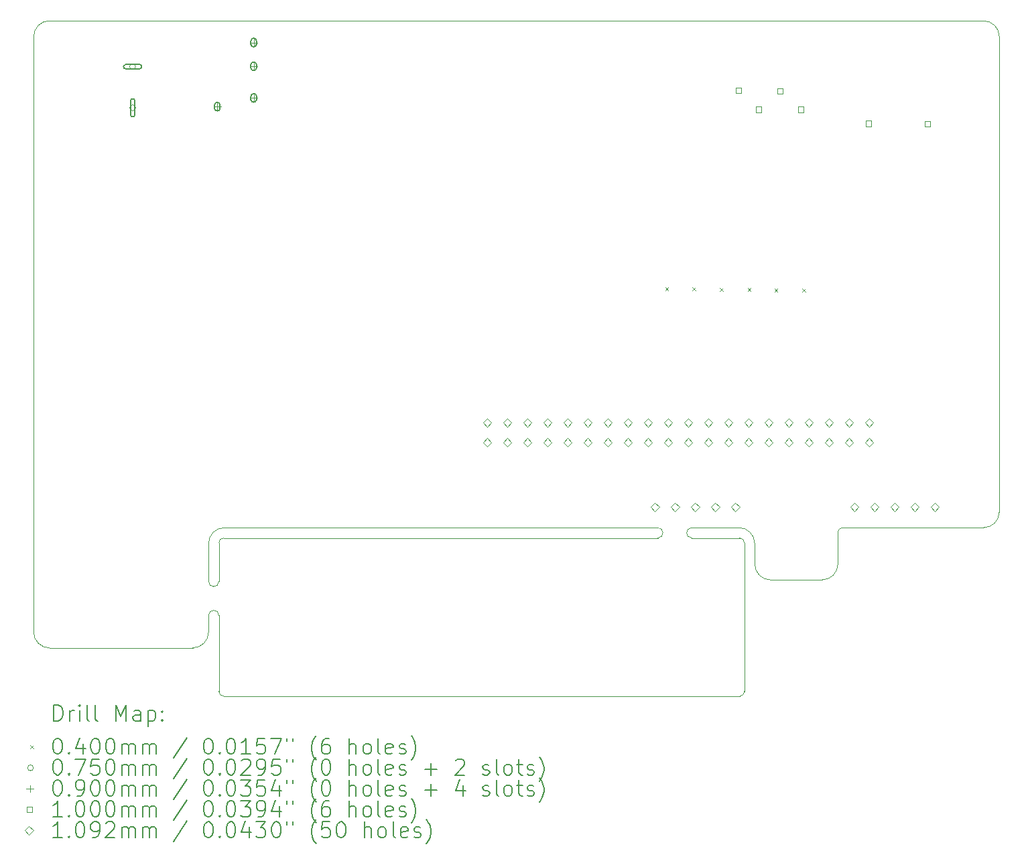
<source format=gbr>
%FSLAX45Y45*%
G04 Gerber Fmt 4.5, Leading zero omitted, Abs format (unit mm)*
G04 Created by KiCad (PCBNEW (6.0.4)) date 2022-07-25 21:27:22*
%MOMM*%
%LPD*%
G01*
G04 APERTURE LIST*
%TA.AperFunction,Profile*%
%ADD10C,0.050000*%
%TD*%
%ADD11C,0.200000*%
%ADD12C,0.040000*%
%ADD13C,0.075000*%
%ADD14C,0.090000*%
%ADD15C,0.100000*%
%ADD16C,0.109220*%
G04 APERTURE END LIST*
D10*
X4410000Y-8460000D02*
G75*
G03*
X4210000Y-8660000I0J-200000D01*
G01*
X12220000Y-8460060D02*
G75*
G03*
X12160000Y-8520062I0J-60000D01*
G01*
X11960000Y-9120000D02*
G75*
G03*
X12160000Y-8920000I0J200000D01*
G01*
X9885000Y-8590000D02*
G75*
G03*
X9885000Y-8460000I0J65000D01*
G01*
X14000000Y-2050000D02*
X2200000Y-2050000D01*
X2000000Y-2250000D02*
X2000000Y-9780000D01*
X4400000Y-8590000D02*
G75*
G03*
X4340000Y-8650000I0J-60000D01*
G01*
X10910000Y-8460000D02*
X10315000Y-8460000D01*
X4010000Y-9980000D02*
G75*
G03*
X4210000Y-9780000I0J200000D01*
G01*
X10980000Y-8650000D02*
G75*
G03*
X10920000Y-8590000I-60000J0D01*
G01*
X4340000Y-9570000D02*
X4340000Y-10530000D01*
X9885000Y-8460000D02*
X4410000Y-8460000D01*
X4400000Y-10590000D02*
X10920000Y-10590000D01*
X14000000Y-8460000D02*
G75*
G03*
X14200000Y-8260000I0J200000D01*
G01*
X4010000Y-9980000D02*
X2200000Y-9980000D01*
X10315000Y-8590000D02*
X10920000Y-8590000D01*
X11110000Y-8660000D02*
G75*
G03*
X10910000Y-8460000I-200000J0D01*
G01*
X5330000Y-8590000D02*
X4400000Y-8590000D01*
X10980000Y-10530000D02*
X10980000Y-8650000D01*
X14200000Y-8260000D02*
X14200000Y-2250000D01*
X11110000Y-8920000D02*
X11110000Y-8660000D01*
X9885000Y-8590000D02*
X5330000Y-8590000D01*
X14000000Y-8460000D02*
X12220000Y-8460062D01*
X4210000Y-9570000D02*
X4210000Y-9780000D01*
X12160000Y-8520062D02*
X12160000Y-8920000D01*
X14200000Y-2250000D02*
G75*
G03*
X14000000Y-2050000I-200000J0D01*
G01*
X11960000Y-9120000D02*
X11310000Y-9120000D01*
X2200000Y-2050000D02*
G75*
G03*
X2000000Y-2250000I0J-200000D01*
G01*
X10920000Y-10590000D02*
G75*
G03*
X10980000Y-10530000I0J60000D01*
G01*
X4340000Y-9570000D02*
G75*
G03*
X4210000Y-9570000I-65000J0D01*
G01*
X10315000Y-8460000D02*
G75*
G03*
X10315000Y-8590000I0J-65000D01*
G01*
X4210000Y-8660000D02*
X4210000Y-9140000D01*
X4340000Y-10530000D02*
G75*
G03*
X4400000Y-10590000I60000J0D01*
G01*
X2000000Y-9780000D02*
G75*
G03*
X2200000Y-9980000I200000J0D01*
G01*
X4210000Y-9140000D02*
G75*
G03*
X4340000Y-9140000I65000J0D01*
G01*
X11110000Y-8920000D02*
G75*
G03*
X11310000Y-9120000I200000J0D01*
G01*
X4340000Y-8650000D02*
X4340000Y-9140000D01*
D11*
D12*
X9980000Y-5420000D02*
X10020000Y-5460000D01*
X10020000Y-5420000D02*
X9980000Y-5460000D01*
X10320000Y-5420000D02*
X10360000Y-5460000D01*
X10360000Y-5420000D02*
X10320000Y-5460000D01*
X10670000Y-5430000D02*
X10710000Y-5470000D01*
X10710000Y-5430000D02*
X10670000Y-5470000D01*
X11020000Y-5430000D02*
X11060000Y-5470000D01*
X11060000Y-5430000D02*
X11020000Y-5470000D01*
X11360000Y-5440000D02*
X11400000Y-5480000D01*
X11400000Y-5440000D02*
X11360000Y-5480000D01*
X11710000Y-5440000D02*
X11750000Y-5480000D01*
X11750000Y-5440000D02*
X11710000Y-5480000D01*
D13*
X3287500Y-2630000D02*
G75*
G03*
X3287500Y-2630000I-37500J0D01*
G01*
D11*
X3162500Y-2657500D02*
X3337500Y-2657500D01*
X3162500Y-2602500D02*
X3337500Y-2602500D01*
X3337500Y-2657500D02*
G75*
G03*
X3337500Y-2602500I0J27500D01*
G01*
X3162500Y-2602500D02*
G75*
G03*
X3162500Y-2657500I0J-27500D01*
G01*
D13*
X3287500Y-3150000D02*
G75*
G03*
X3287500Y-3150000I-37500J0D01*
G01*
D11*
X3222500Y-3062500D02*
X3222500Y-3237500D01*
X3277500Y-3062500D02*
X3277500Y-3237500D01*
X3222500Y-3237500D02*
G75*
G03*
X3277500Y-3237500I27500J0D01*
G01*
X3277500Y-3062500D02*
G75*
G03*
X3222500Y-3062500I-27500J0D01*
G01*
D14*
X4320000Y-3090000D02*
X4320000Y-3180000D01*
X4275000Y-3135000D02*
X4365000Y-3135000D01*
D11*
X4285000Y-3115000D02*
X4285000Y-3155000D01*
X4355000Y-3115000D02*
X4355000Y-3155000D01*
X4285000Y-3155000D02*
G75*
G03*
X4355000Y-3155000I35000J0D01*
G01*
X4355000Y-3115000D02*
G75*
G03*
X4285000Y-3115000I-35000J0D01*
G01*
D14*
X4780000Y-2280000D02*
X4780000Y-2370000D01*
X4735000Y-2325000D02*
X4825000Y-2325000D01*
D11*
X4745000Y-2305000D02*
X4745000Y-2345000D01*
X4815000Y-2305000D02*
X4815000Y-2345000D01*
X4745000Y-2345000D02*
G75*
G03*
X4815000Y-2345000I35000J0D01*
G01*
X4815000Y-2305000D02*
G75*
G03*
X4745000Y-2305000I-35000J0D01*
G01*
D14*
X4780000Y-2580000D02*
X4780000Y-2670000D01*
X4735000Y-2625000D02*
X4825000Y-2625000D01*
D11*
X4745000Y-2605000D02*
X4745000Y-2645000D01*
X4815000Y-2605000D02*
X4815000Y-2645000D01*
X4745000Y-2645000D02*
G75*
G03*
X4815000Y-2645000I35000J0D01*
G01*
X4815000Y-2605000D02*
G75*
G03*
X4745000Y-2605000I-35000J0D01*
G01*
D14*
X4780000Y-2980000D02*
X4780000Y-3070000D01*
X4735000Y-3025000D02*
X4825000Y-3025000D01*
D11*
X4745000Y-3005000D02*
X4745000Y-3045000D01*
X4815000Y-3005000D02*
X4815000Y-3045000D01*
X4745000Y-3045000D02*
G75*
G03*
X4815000Y-3045000I35000J0D01*
G01*
X4815000Y-3005000D02*
G75*
G03*
X4745000Y-3005000I-35000J0D01*
G01*
D15*
X10940356Y-2965356D02*
X10940356Y-2894644D01*
X10869644Y-2894644D01*
X10869644Y-2965356D01*
X10940356Y-2965356D01*
X11195356Y-3205356D02*
X11195356Y-3134644D01*
X11124644Y-3134644D01*
X11124644Y-3205356D01*
X11195356Y-3205356D01*
X11465356Y-2975356D02*
X11465356Y-2904644D01*
X11394644Y-2904644D01*
X11394644Y-2975356D01*
X11465356Y-2975356D01*
X11730356Y-3205356D02*
X11730356Y-3134644D01*
X11659644Y-3134644D01*
X11659644Y-3205356D01*
X11730356Y-3205356D01*
X12580356Y-3385356D02*
X12580356Y-3314644D01*
X12509644Y-3314644D01*
X12509644Y-3385356D01*
X12580356Y-3385356D01*
X13330356Y-3390356D02*
X13330356Y-3319644D01*
X13259644Y-3319644D01*
X13259644Y-3390356D01*
X13330356Y-3390356D01*
D16*
X7730000Y-7184610D02*
X7784610Y-7130000D01*
X7730000Y-7075390D01*
X7675390Y-7130000D01*
X7730000Y-7184610D01*
X7730000Y-7434610D02*
X7784610Y-7380000D01*
X7730000Y-7325390D01*
X7675390Y-7380000D01*
X7730000Y-7434610D01*
X7984000Y-7184610D02*
X8038610Y-7130000D01*
X7984000Y-7075390D01*
X7929390Y-7130000D01*
X7984000Y-7184610D01*
X7984000Y-7434610D02*
X8038610Y-7380000D01*
X7984000Y-7325390D01*
X7929390Y-7380000D01*
X7984000Y-7434610D01*
X8238000Y-7184610D02*
X8292610Y-7130000D01*
X8238000Y-7075390D01*
X8183390Y-7130000D01*
X8238000Y-7184610D01*
X8238000Y-7434610D02*
X8292610Y-7380000D01*
X8238000Y-7325390D01*
X8183390Y-7380000D01*
X8238000Y-7434610D01*
X8492000Y-7184610D02*
X8546610Y-7130000D01*
X8492000Y-7075390D01*
X8437390Y-7130000D01*
X8492000Y-7184610D01*
X8492000Y-7434610D02*
X8546610Y-7380000D01*
X8492000Y-7325390D01*
X8437390Y-7380000D01*
X8492000Y-7434610D01*
X8746000Y-7184610D02*
X8800610Y-7130000D01*
X8746000Y-7075390D01*
X8691390Y-7130000D01*
X8746000Y-7184610D01*
X8746000Y-7434610D02*
X8800610Y-7380000D01*
X8746000Y-7325390D01*
X8691390Y-7380000D01*
X8746000Y-7434610D01*
X9000000Y-7184610D02*
X9054610Y-7130000D01*
X9000000Y-7075390D01*
X8945390Y-7130000D01*
X9000000Y-7184610D01*
X9000000Y-7434610D02*
X9054610Y-7380000D01*
X9000000Y-7325390D01*
X8945390Y-7380000D01*
X9000000Y-7434610D01*
X9254000Y-7184610D02*
X9308610Y-7130000D01*
X9254000Y-7075390D01*
X9199390Y-7130000D01*
X9254000Y-7184610D01*
X9254000Y-7434610D02*
X9308610Y-7380000D01*
X9254000Y-7325390D01*
X9199390Y-7380000D01*
X9254000Y-7434610D01*
X9508000Y-7184610D02*
X9562610Y-7130000D01*
X9508000Y-7075390D01*
X9453390Y-7130000D01*
X9508000Y-7184610D01*
X9508000Y-7434610D02*
X9562610Y-7380000D01*
X9508000Y-7325390D01*
X9453390Y-7380000D01*
X9508000Y-7434610D01*
X9762000Y-7184610D02*
X9816610Y-7130000D01*
X9762000Y-7075390D01*
X9707390Y-7130000D01*
X9762000Y-7184610D01*
X9762000Y-7434610D02*
X9816610Y-7380000D01*
X9762000Y-7325390D01*
X9707390Y-7380000D01*
X9762000Y-7434610D01*
X9850000Y-8254610D02*
X9904610Y-8200000D01*
X9850000Y-8145390D01*
X9795390Y-8200000D01*
X9850000Y-8254610D01*
X10016000Y-7184610D02*
X10070610Y-7130000D01*
X10016000Y-7075390D01*
X9961390Y-7130000D01*
X10016000Y-7184610D01*
X10016000Y-7434610D02*
X10070610Y-7380000D01*
X10016000Y-7325390D01*
X9961390Y-7380000D01*
X10016000Y-7434610D01*
X10104000Y-8254610D02*
X10158610Y-8200000D01*
X10104000Y-8145390D01*
X10049390Y-8200000D01*
X10104000Y-8254610D01*
X10270000Y-7184610D02*
X10324610Y-7130000D01*
X10270000Y-7075390D01*
X10215390Y-7130000D01*
X10270000Y-7184610D01*
X10270000Y-7434610D02*
X10324610Y-7380000D01*
X10270000Y-7325390D01*
X10215390Y-7380000D01*
X10270000Y-7434610D01*
X10358000Y-8254610D02*
X10412610Y-8200000D01*
X10358000Y-8145390D01*
X10303390Y-8200000D01*
X10358000Y-8254610D01*
X10524000Y-7184610D02*
X10578610Y-7130000D01*
X10524000Y-7075390D01*
X10469390Y-7130000D01*
X10524000Y-7184610D01*
X10524000Y-7434610D02*
X10578610Y-7380000D01*
X10524000Y-7325390D01*
X10469390Y-7380000D01*
X10524000Y-7434610D01*
X10612000Y-8254610D02*
X10666610Y-8200000D01*
X10612000Y-8145390D01*
X10557390Y-8200000D01*
X10612000Y-8254610D01*
X10778000Y-7184610D02*
X10832610Y-7130000D01*
X10778000Y-7075390D01*
X10723390Y-7130000D01*
X10778000Y-7184610D01*
X10778000Y-7434610D02*
X10832610Y-7380000D01*
X10778000Y-7325390D01*
X10723390Y-7380000D01*
X10778000Y-7434610D01*
X10866000Y-8254610D02*
X10920610Y-8200000D01*
X10866000Y-8145390D01*
X10811390Y-8200000D01*
X10866000Y-8254610D01*
X11032000Y-7184610D02*
X11086610Y-7130000D01*
X11032000Y-7075390D01*
X10977390Y-7130000D01*
X11032000Y-7184610D01*
X11032000Y-7434610D02*
X11086610Y-7380000D01*
X11032000Y-7325390D01*
X10977390Y-7380000D01*
X11032000Y-7434610D01*
X11286000Y-7184610D02*
X11340610Y-7130000D01*
X11286000Y-7075390D01*
X11231390Y-7130000D01*
X11286000Y-7184610D01*
X11286000Y-7434610D02*
X11340610Y-7380000D01*
X11286000Y-7325390D01*
X11231390Y-7380000D01*
X11286000Y-7434610D01*
X11540000Y-7184610D02*
X11594610Y-7130000D01*
X11540000Y-7075390D01*
X11485390Y-7130000D01*
X11540000Y-7184610D01*
X11540000Y-7434610D02*
X11594610Y-7380000D01*
X11540000Y-7325390D01*
X11485390Y-7380000D01*
X11540000Y-7434610D01*
X11794000Y-7184610D02*
X11848610Y-7130000D01*
X11794000Y-7075390D01*
X11739390Y-7130000D01*
X11794000Y-7184610D01*
X11794000Y-7434610D02*
X11848610Y-7380000D01*
X11794000Y-7325390D01*
X11739390Y-7380000D01*
X11794000Y-7434610D01*
X12048000Y-7184610D02*
X12102610Y-7130000D01*
X12048000Y-7075390D01*
X11993390Y-7130000D01*
X12048000Y-7184610D01*
X12048000Y-7434610D02*
X12102610Y-7380000D01*
X12048000Y-7325390D01*
X11993390Y-7380000D01*
X12048000Y-7434610D01*
X12302000Y-7184610D02*
X12356610Y-7130000D01*
X12302000Y-7075390D01*
X12247390Y-7130000D01*
X12302000Y-7184610D01*
X12302000Y-7434610D02*
X12356610Y-7380000D01*
X12302000Y-7325390D01*
X12247390Y-7380000D01*
X12302000Y-7434610D01*
X12370000Y-8254610D02*
X12424610Y-8200000D01*
X12370000Y-8145390D01*
X12315390Y-8200000D01*
X12370000Y-8254610D01*
X12556000Y-7184610D02*
X12610610Y-7130000D01*
X12556000Y-7075390D01*
X12501390Y-7130000D01*
X12556000Y-7184610D01*
X12556000Y-7434610D02*
X12610610Y-7380000D01*
X12556000Y-7325390D01*
X12501390Y-7380000D01*
X12556000Y-7434610D01*
X12624000Y-8254610D02*
X12678610Y-8200000D01*
X12624000Y-8145390D01*
X12569390Y-8200000D01*
X12624000Y-8254610D01*
X12878000Y-8254610D02*
X12932610Y-8200000D01*
X12878000Y-8145390D01*
X12823390Y-8200000D01*
X12878000Y-8254610D01*
X13132000Y-8254610D02*
X13186610Y-8200000D01*
X13132000Y-8145390D01*
X13077390Y-8200000D01*
X13132000Y-8254610D01*
X13386000Y-8254610D02*
X13440610Y-8200000D01*
X13386000Y-8145390D01*
X13331390Y-8200000D01*
X13386000Y-8254610D01*
D11*
X2255119Y-10902976D02*
X2255119Y-10702976D01*
X2302738Y-10702976D01*
X2331310Y-10712500D01*
X2350357Y-10731548D01*
X2359881Y-10750595D01*
X2369405Y-10788690D01*
X2369405Y-10817262D01*
X2359881Y-10855357D01*
X2350357Y-10874405D01*
X2331310Y-10893452D01*
X2302738Y-10902976D01*
X2255119Y-10902976D01*
X2455119Y-10902976D02*
X2455119Y-10769643D01*
X2455119Y-10807738D02*
X2464643Y-10788690D01*
X2474167Y-10779167D01*
X2493214Y-10769643D01*
X2512262Y-10769643D01*
X2578929Y-10902976D02*
X2578929Y-10769643D01*
X2578929Y-10702976D02*
X2569405Y-10712500D01*
X2578929Y-10722024D01*
X2588452Y-10712500D01*
X2578929Y-10702976D01*
X2578929Y-10722024D01*
X2702738Y-10902976D02*
X2683690Y-10893452D01*
X2674167Y-10874405D01*
X2674167Y-10702976D01*
X2807500Y-10902976D02*
X2788452Y-10893452D01*
X2778929Y-10874405D01*
X2778929Y-10702976D01*
X3036071Y-10902976D02*
X3036071Y-10702976D01*
X3102738Y-10845833D01*
X3169405Y-10702976D01*
X3169405Y-10902976D01*
X3350357Y-10902976D02*
X3350357Y-10798214D01*
X3340833Y-10779167D01*
X3321786Y-10769643D01*
X3283690Y-10769643D01*
X3264643Y-10779167D01*
X3350357Y-10893452D02*
X3331309Y-10902976D01*
X3283690Y-10902976D01*
X3264643Y-10893452D01*
X3255119Y-10874405D01*
X3255119Y-10855357D01*
X3264643Y-10836310D01*
X3283690Y-10826786D01*
X3331309Y-10826786D01*
X3350357Y-10817262D01*
X3445595Y-10769643D02*
X3445595Y-10969643D01*
X3445595Y-10779167D02*
X3464643Y-10769643D01*
X3502738Y-10769643D01*
X3521786Y-10779167D01*
X3531309Y-10788690D01*
X3540833Y-10807738D01*
X3540833Y-10864881D01*
X3531309Y-10883929D01*
X3521786Y-10893452D01*
X3502738Y-10902976D01*
X3464643Y-10902976D01*
X3445595Y-10893452D01*
X3626548Y-10883929D02*
X3636071Y-10893452D01*
X3626548Y-10902976D01*
X3617024Y-10893452D01*
X3626548Y-10883929D01*
X3626548Y-10902976D01*
X3626548Y-10779167D02*
X3636071Y-10788690D01*
X3626548Y-10798214D01*
X3617024Y-10788690D01*
X3626548Y-10779167D01*
X3626548Y-10798214D01*
D12*
X1957500Y-11212500D02*
X1997500Y-11252500D01*
X1997500Y-11212500D02*
X1957500Y-11252500D01*
D11*
X2293214Y-11122976D02*
X2312262Y-11122976D01*
X2331310Y-11132500D01*
X2340833Y-11142024D01*
X2350357Y-11161071D01*
X2359881Y-11199167D01*
X2359881Y-11246786D01*
X2350357Y-11284881D01*
X2340833Y-11303928D01*
X2331310Y-11313452D01*
X2312262Y-11322976D01*
X2293214Y-11322976D01*
X2274167Y-11313452D01*
X2264643Y-11303928D01*
X2255119Y-11284881D01*
X2245595Y-11246786D01*
X2245595Y-11199167D01*
X2255119Y-11161071D01*
X2264643Y-11142024D01*
X2274167Y-11132500D01*
X2293214Y-11122976D01*
X2445595Y-11303928D02*
X2455119Y-11313452D01*
X2445595Y-11322976D01*
X2436071Y-11313452D01*
X2445595Y-11303928D01*
X2445595Y-11322976D01*
X2626548Y-11189643D02*
X2626548Y-11322976D01*
X2578929Y-11113452D02*
X2531310Y-11256309D01*
X2655119Y-11256309D01*
X2769405Y-11122976D02*
X2788452Y-11122976D01*
X2807500Y-11132500D01*
X2817024Y-11142024D01*
X2826548Y-11161071D01*
X2836071Y-11199167D01*
X2836071Y-11246786D01*
X2826548Y-11284881D01*
X2817024Y-11303928D01*
X2807500Y-11313452D01*
X2788452Y-11322976D01*
X2769405Y-11322976D01*
X2750357Y-11313452D01*
X2740833Y-11303928D01*
X2731310Y-11284881D01*
X2721786Y-11246786D01*
X2721786Y-11199167D01*
X2731310Y-11161071D01*
X2740833Y-11142024D01*
X2750357Y-11132500D01*
X2769405Y-11122976D01*
X2959881Y-11122976D02*
X2978928Y-11122976D01*
X2997976Y-11132500D01*
X3007500Y-11142024D01*
X3017024Y-11161071D01*
X3026548Y-11199167D01*
X3026548Y-11246786D01*
X3017024Y-11284881D01*
X3007500Y-11303928D01*
X2997976Y-11313452D01*
X2978928Y-11322976D01*
X2959881Y-11322976D01*
X2940833Y-11313452D01*
X2931309Y-11303928D01*
X2921786Y-11284881D01*
X2912262Y-11246786D01*
X2912262Y-11199167D01*
X2921786Y-11161071D01*
X2931309Y-11142024D01*
X2940833Y-11132500D01*
X2959881Y-11122976D01*
X3112262Y-11322976D02*
X3112262Y-11189643D01*
X3112262Y-11208690D02*
X3121786Y-11199167D01*
X3140833Y-11189643D01*
X3169405Y-11189643D01*
X3188452Y-11199167D01*
X3197976Y-11218214D01*
X3197976Y-11322976D01*
X3197976Y-11218214D02*
X3207500Y-11199167D01*
X3226548Y-11189643D01*
X3255119Y-11189643D01*
X3274167Y-11199167D01*
X3283690Y-11218214D01*
X3283690Y-11322976D01*
X3378928Y-11322976D02*
X3378928Y-11189643D01*
X3378928Y-11208690D02*
X3388452Y-11199167D01*
X3407500Y-11189643D01*
X3436071Y-11189643D01*
X3455119Y-11199167D01*
X3464643Y-11218214D01*
X3464643Y-11322976D01*
X3464643Y-11218214D02*
X3474167Y-11199167D01*
X3493214Y-11189643D01*
X3521786Y-11189643D01*
X3540833Y-11199167D01*
X3550357Y-11218214D01*
X3550357Y-11322976D01*
X3940833Y-11113452D02*
X3769405Y-11370595D01*
X4197976Y-11122976D02*
X4217024Y-11122976D01*
X4236071Y-11132500D01*
X4245595Y-11142024D01*
X4255119Y-11161071D01*
X4264643Y-11199167D01*
X4264643Y-11246786D01*
X4255119Y-11284881D01*
X4245595Y-11303928D01*
X4236071Y-11313452D01*
X4217024Y-11322976D01*
X4197976Y-11322976D01*
X4178928Y-11313452D01*
X4169405Y-11303928D01*
X4159881Y-11284881D01*
X4150357Y-11246786D01*
X4150357Y-11199167D01*
X4159881Y-11161071D01*
X4169405Y-11142024D01*
X4178928Y-11132500D01*
X4197976Y-11122976D01*
X4350357Y-11303928D02*
X4359881Y-11313452D01*
X4350357Y-11322976D01*
X4340833Y-11313452D01*
X4350357Y-11303928D01*
X4350357Y-11322976D01*
X4483690Y-11122976D02*
X4502738Y-11122976D01*
X4521786Y-11132500D01*
X4531310Y-11142024D01*
X4540833Y-11161071D01*
X4550357Y-11199167D01*
X4550357Y-11246786D01*
X4540833Y-11284881D01*
X4531310Y-11303928D01*
X4521786Y-11313452D01*
X4502738Y-11322976D01*
X4483690Y-11322976D01*
X4464643Y-11313452D01*
X4455119Y-11303928D01*
X4445595Y-11284881D01*
X4436071Y-11246786D01*
X4436071Y-11199167D01*
X4445595Y-11161071D01*
X4455119Y-11142024D01*
X4464643Y-11132500D01*
X4483690Y-11122976D01*
X4740833Y-11322976D02*
X4626548Y-11322976D01*
X4683690Y-11322976D02*
X4683690Y-11122976D01*
X4664643Y-11151548D01*
X4645595Y-11170595D01*
X4626548Y-11180119D01*
X4921786Y-11122976D02*
X4826548Y-11122976D01*
X4817024Y-11218214D01*
X4826548Y-11208690D01*
X4845595Y-11199167D01*
X4893214Y-11199167D01*
X4912262Y-11208690D01*
X4921786Y-11218214D01*
X4931310Y-11237262D01*
X4931310Y-11284881D01*
X4921786Y-11303928D01*
X4912262Y-11313452D01*
X4893214Y-11322976D01*
X4845595Y-11322976D01*
X4826548Y-11313452D01*
X4817024Y-11303928D01*
X4997976Y-11122976D02*
X5131310Y-11122976D01*
X5045595Y-11322976D01*
X5197976Y-11122976D02*
X5197976Y-11161071D01*
X5274167Y-11122976D02*
X5274167Y-11161071D01*
X5569405Y-11399167D02*
X5559881Y-11389643D01*
X5540833Y-11361071D01*
X5531310Y-11342024D01*
X5521786Y-11313452D01*
X5512262Y-11265833D01*
X5512262Y-11227738D01*
X5521786Y-11180119D01*
X5531310Y-11151548D01*
X5540833Y-11132500D01*
X5559881Y-11103929D01*
X5569405Y-11094405D01*
X5731309Y-11122976D02*
X5693214Y-11122976D01*
X5674167Y-11132500D01*
X5664643Y-11142024D01*
X5645595Y-11170595D01*
X5636071Y-11208690D01*
X5636071Y-11284881D01*
X5645595Y-11303928D01*
X5655119Y-11313452D01*
X5674167Y-11322976D01*
X5712262Y-11322976D01*
X5731309Y-11313452D01*
X5740833Y-11303928D01*
X5750357Y-11284881D01*
X5750357Y-11237262D01*
X5740833Y-11218214D01*
X5731309Y-11208690D01*
X5712262Y-11199167D01*
X5674167Y-11199167D01*
X5655119Y-11208690D01*
X5645595Y-11218214D01*
X5636071Y-11237262D01*
X5988452Y-11322976D02*
X5988452Y-11122976D01*
X6074167Y-11322976D02*
X6074167Y-11218214D01*
X6064643Y-11199167D01*
X6045595Y-11189643D01*
X6017024Y-11189643D01*
X5997976Y-11199167D01*
X5988452Y-11208690D01*
X6197976Y-11322976D02*
X6178928Y-11313452D01*
X6169405Y-11303928D01*
X6159881Y-11284881D01*
X6159881Y-11227738D01*
X6169405Y-11208690D01*
X6178928Y-11199167D01*
X6197976Y-11189643D01*
X6226548Y-11189643D01*
X6245595Y-11199167D01*
X6255119Y-11208690D01*
X6264643Y-11227738D01*
X6264643Y-11284881D01*
X6255119Y-11303928D01*
X6245595Y-11313452D01*
X6226548Y-11322976D01*
X6197976Y-11322976D01*
X6378928Y-11322976D02*
X6359881Y-11313452D01*
X6350357Y-11294405D01*
X6350357Y-11122976D01*
X6531309Y-11313452D02*
X6512262Y-11322976D01*
X6474167Y-11322976D01*
X6455119Y-11313452D01*
X6445595Y-11294405D01*
X6445595Y-11218214D01*
X6455119Y-11199167D01*
X6474167Y-11189643D01*
X6512262Y-11189643D01*
X6531309Y-11199167D01*
X6540833Y-11218214D01*
X6540833Y-11237262D01*
X6445595Y-11256309D01*
X6617024Y-11313452D02*
X6636071Y-11322976D01*
X6674167Y-11322976D01*
X6693214Y-11313452D01*
X6702738Y-11294405D01*
X6702738Y-11284881D01*
X6693214Y-11265833D01*
X6674167Y-11256309D01*
X6645595Y-11256309D01*
X6626548Y-11246786D01*
X6617024Y-11227738D01*
X6617024Y-11218214D01*
X6626548Y-11199167D01*
X6645595Y-11189643D01*
X6674167Y-11189643D01*
X6693214Y-11199167D01*
X6769405Y-11399167D02*
X6778928Y-11389643D01*
X6797976Y-11361071D01*
X6807500Y-11342024D01*
X6817024Y-11313452D01*
X6826548Y-11265833D01*
X6826548Y-11227738D01*
X6817024Y-11180119D01*
X6807500Y-11151548D01*
X6797976Y-11132500D01*
X6778928Y-11103929D01*
X6769405Y-11094405D01*
D13*
X1997500Y-11496500D02*
G75*
G03*
X1997500Y-11496500I-37500J0D01*
G01*
D11*
X2293214Y-11386976D02*
X2312262Y-11386976D01*
X2331310Y-11396500D01*
X2340833Y-11406024D01*
X2350357Y-11425071D01*
X2359881Y-11463167D01*
X2359881Y-11510786D01*
X2350357Y-11548881D01*
X2340833Y-11567928D01*
X2331310Y-11577452D01*
X2312262Y-11586976D01*
X2293214Y-11586976D01*
X2274167Y-11577452D01*
X2264643Y-11567928D01*
X2255119Y-11548881D01*
X2245595Y-11510786D01*
X2245595Y-11463167D01*
X2255119Y-11425071D01*
X2264643Y-11406024D01*
X2274167Y-11396500D01*
X2293214Y-11386976D01*
X2445595Y-11567928D02*
X2455119Y-11577452D01*
X2445595Y-11586976D01*
X2436071Y-11577452D01*
X2445595Y-11567928D01*
X2445595Y-11586976D01*
X2521786Y-11386976D02*
X2655119Y-11386976D01*
X2569405Y-11586976D01*
X2826548Y-11386976D02*
X2731310Y-11386976D01*
X2721786Y-11482214D01*
X2731310Y-11472690D01*
X2750357Y-11463167D01*
X2797976Y-11463167D01*
X2817024Y-11472690D01*
X2826548Y-11482214D01*
X2836071Y-11501262D01*
X2836071Y-11548881D01*
X2826548Y-11567928D01*
X2817024Y-11577452D01*
X2797976Y-11586976D01*
X2750357Y-11586976D01*
X2731310Y-11577452D01*
X2721786Y-11567928D01*
X2959881Y-11386976D02*
X2978928Y-11386976D01*
X2997976Y-11396500D01*
X3007500Y-11406024D01*
X3017024Y-11425071D01*
X3026548Y-11463167D01*
X3026548Y-11510786D01*
X3017024Y-11548881D01*
X3007500Y-11567928D01*
X2997976Y-11577452D01*
X2978928Y-11586976D01*
X2959881Y-11586976D01*
X2940833Y-11577452D01*
X2931309Y-11567928D01*
X2921786Y-11548881D01*
X2912262Y-11510786D01*
X2912262Y-11463167D01*
X2921786Y-11425071D01*
X2931309Y-11406024D01*
X2940833Y-11396500D01*
X2959881Y-11386976D01*
X3112262Y-11586976D02*
X3112262Y-11453643D01*
X3112262Y-11472690D02*
X3121786Y-11463167D01*
X3140833Y-11453643D01*
X3169405Y-11453643D01*
X3188452Y-11463167D01*
X3197976Y-11482214D01*
X3197976Y-11586976D01*
X3197976Y-11482214D02*
X3207500Y-11463167D01*
X3226548Y-11453643D01*
X3255119Y-11453643D01*
X3274167Y-11463167D01*
X3283690Y-11482214D01*
X3283690Y-11586976D01*
X3378928Y-11586976D02*
X3378928Y-11453643D01*
X3378928Y-11472690D02*
X3388452Y-11463167D01*
X3407500Y-11453643D01*
X3436071Y-11453643D01*
X3455119Y-11463167D01*
X3464643Y-11482214D01*
X3464643Y-11586976D01*
X3464643Y-11482214D02*
X3474167Y-11463167D01*
X3493214Y-11453643D01*
X3521786Y-11453643D01*
X3540833Y-11463167D01*
X3550357Y-11482214D01*
X3550357Y-11586976D01*
X3940833Y-11377452D02*
X3769405Y-11634595D01*
X4197976Y-11386976D02*
X4217024Y-11386976D01*
X4236071Y-11396500D01*
X4245595Y-11406024D01*
X4255119Y-11425071D01*
X4264643Y-11463167D01*
X4264643Y-11510786D01*
X4255119Y-11548881D01*
X4245595Y-11567928D01*
X4236071Y-11577452D01*
X4217024Y-11586976D01*
X4197976Y-11586976D01*
X4178928Y-11577452D01*
X4169405Y-11567928D01*
X4159881Y-11548881D01*
X4150357Y-11510786D01*
X4150357Y-11463167D01*
X4159881Y-11425071D01*
X4169405Y-11406024D01*
X4178928Y-11396500D01*
X4197976Y-11386976D01*
X4350357Y-11567928D02*
X4359881Y-11577452D01*
X4350357Y-11586976D01*
X4340833Y-11577452D01*
X4350357Y-11567928D01*
X4350357Y-11586976D01*
X4483690Y-11386976D02*
X4502738Y-11386976D01*
X4521786Y-11396500D01*
X4531310Y-11406024D01*
X4540833Y-11425071D01*
X4550357Y-11463167D01*
X4550357Y-11510786D01*
X4540833Y-11548881D01*
X4531310Y-11567928D01*
X4521786Y-11577452D01*
X4502738Y-11586976D01*
X4483690Y-11586976D01*
X4464643Y-11577452D01*
X4455119Y-11567928D01*
X4445595Y-11548881D01*
X4436071Y-11510786D01*
X4436071Y-11463167D01*
X4445595Y-11425071D01*
X4455119Y-11406024D01*
X4464643Y-11396500D01*
X4483690Y-11386976D01*
X4626548Y-11406024D02*
X4636071Y-11396500D01*
X4655119Y-11386976D01*
X4702738Y-11386976D01*
X4721786Y-11396500D01*
X4731310Y-11406024D01*
X4740833Y-11425071D01*
X4740833Y-11444119D01*
X4731310Y-11472690D01*
X4617024Y-11586976D01*
X4740833Y-11586976D01*
X4836071Y-11586976D02*
X4874167Y-11586976D01*
X4893214Y-11577452D01*
X4902738Y-11567928D01*
X4921786Y-11539357D01*
X4931310Y-11501262D01*
X4931310Y-11425071D01*
X4921786Y-11406024D01*
X4912262Y-11396500D01*
X4893214Y-11386976D01*
X4855119Y-11386976D01*
X4836071Y-11396500D01*
X4826548Y-11406024D01*
X4817024Y-11425071D01*
X4817024Y-11472690D01*
X4826548Y-11491738D01*
X4836071Y-11501262D01*
X4855119Y-11510786D01*
X4893214Y-11510786D01*
X4912262Y-11501262D01*
X4921786Y-11491738D01*
X4931310Y-11472690D01*
X5112262Y-11386976D02*
X5017024Y-11386976D01*
X5007500Y-11482214D01*
X5017024Y-11472690D01*
X5036071Y-11463167D01*
X5083690Y-11463167D01*
X5102738Y-11472690D01*
X5112262Y-11482214D01*
X5121786Y-11501262D01*
X5121786Y-11548881D01*
X5112262Y-11567928D01*
X5102738Y-11577452D01*
X5083690Y-11586976D01*
X5036071Y-11586976D01*
X5017024Y-11577452D01*
X5007500Y-11567928D01*
X5197976Y-11386976D02*
X5197976Y-11425071D01*
X5274167Y-11386976D02*
X5274167Y-11425071D01*
X5569405Y-11663167D02*
X5559881Y-11653643D01*
X5540833Y-11625071D01*
X5531310Y-11606024D01*
X5521786Y-11577452D01*
X5512262Y-11529833D01*
X5512262Y-11491738D01*
X5521786Y-11444119D01*
X5531310Y-11415548D01*
X5540833Y-11396500D01*
X5559881Y-11367928D01*
X5569405Y-11358405D01*
X5683690Y-11386976D02*
X5702738Y-11386976D01*
X5721786Y-11396500D01*
X5731309Y-11406024D01*
X5740833Y-11425071D01*
X5750357Y-11463167D01*
X5750357Y-11510786D01*
X5740833Y-11548881D01*
X5731309Y-11567928D01*
X5721786Y-11577452D01*
X5702738Y-11586976D01*
X5683690Y-11586976D01*
X5664643Y-11577452D01*
X5655119Y-11567928D01*
X5645595Y-11548881D01*
X5636071Y-11510786D01*
X5636071Y-11463167D01*
X5645595Y-11425071D01*
X5655119Y-11406024D01*
X5664643Y-11396500D01*
X5683690Y-11386976D01*
X5988452Y-11586976D02*
X5988452Y-11386976D01*
X6074167Y-11586976D02*
X6074167Y-11482214D01*
X6064643Y-11463167D01*
X6045595Y-11453643D01*
X6017024Y-11453643D01*
X5997976Y-11463167D01*
X5988452Y-11472690D01*
X6197976Y-11586976D02*
X6178928Y-11577452D01*
X6169405Y-11567928D01*
X6159881Y-11548881D01*
X6159881Y-11491738D01*
X6169405Y-11472690D01*
X6178928Y-11463167D01*
X6197976Y-11453643D01*
X6226548Y-11453643D01*
X6245595Y-11463167D01*
X6255119Y-11472690D01*
X6264643Y-11491738D01*
X6264643Y-11548881D01*
X6255119Y-11567928D01*
X6245595Y-11577452D01*
X6226548Y-11586976D01*
X6197976Y-11586976D01*
X6378928Y-11586976D02*
X6359881Y-11577452D01*
X6350357Y-11558405D01*
X6350357Y-11386976D01*
X6531309Y-11577452D02*
X6512262Y-11586976D01*
X6474167Y-11586976D01*
X6455119Y-11577452D01*
X6445595Y-11558405D01*
X6445595Y-11482214D01*
X6455119Y-11463167D01*
X6474167Y-11453643D01*
X6512262Y-11453643D01*
X6531309Y-11463167D01*
X6540833Y-11482214D01*
X6540833Y-11501262D01*
X6445595Y-11520309D01*
X6617024Y-11577452D02*
X6636071Y-11586976D01*
X6674167Y-11586976D01*
X6693214Y-11577452D01*
X6702738Y-11558405D01*
X6702738Y-11548881D01*
X6693214Y-11529833D01*
X6674167Y-11520309D01*
X6645595Y-11520309D01*
X6626548Y-11510786D01*
X6617024Y-11491738D01*
X6617024Y-11482214D01*
X6626548Y-11463167D01*
X6645595Y-11453643D01*
X6674167Y-11453643D01*
X6693214Y-11463167D01*
X6940833Y-11510786D02*
X7093214Y-11510786D01*
X7017024Y-11586976D02*
X7017024Y-11434595D01*
X7331309Y-11406024D02*
X7340833Y-11396500D01*
X7359881Y-11386976D01*
X7407500Y-11386976D01*
X7426548Y-11396500D01*
X7436071Y-11406024D01*
X7445595Y-11425071D01*
X7445595Y-11444119D01*
X7436071Y-11472690D01*
X7321786Y-11586976D01*
X7445595Y-11586976D01*
X7674167Y-11577452D02*
X7693214Y-11586976D01*
X7731309Y-11586976D01*
X7750357Y-11577452D01*
X7759881Y-11558405D01*
X7759881Y-11548881D01*
X7750357Y-11529833D01*
X7731309Y-11520309D01*
X7702738Y-11520309D01*
X7683690Y-11510786D01*
X7674167Y-11491738D01*
X7674167Y-11482214D01*
X7683690Y-11463167D01*
X7702738Y-11453643D01*
X7731309Y-11453643D01*
X7750357Y-11463167D01*
X7874167Y-11586976D02*
X7855119Y-11577452D01*
X7845595Y-11558405D01*
X7845595Y-11386976D01*
X7978928Y-11586976D02*
X7959881Y-11577452D01*
X7950357Y-11567928D01*
X7940833Y-11548881D01*
X7940833Y-11491738D01*
X7950357Y-11472690D01*
X7959881Y-11463167D01*
X7978928Y-11453643D01*
X8007500Y-11453643D01*
X8026548Y-11463167D01*
X8036071Y-11472690D01*
X8045595Y-11491738D01*
X8045595Y-11548881D01*
X8036071Y-11567928D01*
X8026548Y-11577452D01*
X8007500Y-11586976D01*
X7978928Y-11586976D01*
X8102738Y-11453643D02*
X8178928Y-11453643D01*
X8131309Y-11386976D02*
X8131309Y-11558405D01*
X8140833Y-11577452D01*
X8159881Y-11586976D01*
X8178928Y-11586976D01*
X8236071Y-11577452D02*
X8255119Y-11586976D01*
X8293214Y-11586976D01*
X8312262Y-11577452D01*
X8321786Y-11558405D01*
X8321786Y-11548881D01*
X8312262Y-11529833D01*
X8293214Y-11520309D01*
X8264643Y-11520309D01*
X8245595Y-11510786D01*
X8236071Y-11491738D01*
X8236071Y-11482214D01*
X8245595Y-11463167D01*
X8264643Y-11453643D01*
X8293214Y-11453643D01*
X8312262Y-11463167D01*
X8388452Y-11663167D02*
X8397976Y-11653643D01*
X8417024Y-11625071D01*
X8426548Y-11606024D01*
X8436071Y-11577452D01*
X8445595Y-11529833D01*
X8445595Y-11491738D01*
X8436071Y-11444119D01*
X8426548Y-11415548D01*
X8417024Y-11396500D01*
X8397976Y-11367928D01*
X8388452Y-11358405D01*
D14*
X1952500Y-11715500D02*
X1952500Y-11805500D01*
X1907500Y-11760500D02*
X1997500Y-11760500D01*
D11*
X2293214Y-11650976D02*
X2312262Y-11650976D01*
X2331310Y-11660500D01*
X2340833Y-11670024D01*
X2350357Y-11689071D01*
X2359881Y-11727167D01*
X2359881Y-11774786D01*
X2350357Y-11812881D01*
X2340833Y-11831928D01*
X2331310Y-11841452D01*
X2312262Y-11850976D01*
X2293214Y-11850976D01*
X2274167Y-11841452D01*
X2264643Y-11831928D01*
X2255119Y-11812881D01*
X2245595Y-11774786D01*
X2245595Y-11727167D01*
X2255119Y-11689071D01*
X2264643Y-11670024D01*
X2274167Y-11660500D01*
X2293214Y-11650976D01*
X2445595Y-11831928D02*
X2455119Y-11841452D01*
X2445595Y-11850976D01*
X2436071Y-11841452D01*
X2445595Y-11831928D01*
X2445595Y-11850976D01*
X2550357Y-11850976D02*
X2588452Y-11850976D01*
X2607500Y-11841452D01*
X2617024Y-11831928D01*
X2636071Y-11803357D01*
X2645595Y-11765262D01*
X2645595Y-11689071D01*
X2636071Y-11670024D01*
X2626548Y-11660500D01*
X2607500Y-11650976D01*
X2569405Y-11650976D01*
X2550357Y-11660500D01*
X2540833Y-11670024D01*
X2531310Y-11689071D01*
X2531310Y-11736690D01*
X2540833Y-11755738D01*
X2550357Y-11765262D01*
X2569405Y-11774786D01*
X2607500Y-11774786D01*
X2626548Y-11765262D01*
X2636071Y-11755738D01*
X2645595Y-11736690D01*
X2769405Y-11650976D02*
X2788452Y-11650976D01*
X2807500Y-11660500D01*
X2817024Y-11670024D01*
X2826548Y-11689071D01*
X2836071Y-11727167D01*
X2836071Y-11774786D01*
X2826548Y-11812881D01*
X2817024Y-11831928D01*
X2807500Y-11841452D01*
X2788452Y-11850976D01*
X2769405Y-11850976D01*
X2750357Y-11841452D01*
X2740833Y-11831928D01*
X2731310Y-11812881D01*
X2721786Y-11774786D01*
X2721786Y-11727167D01*
X2731310Y-11689071D01*
X2740833Y-11670024D01*
X2750357Y-11660500D01*
X2769405Y-11650976D01*
X2959881Y-11650976D02*
X2978928Y-11650976D01*
X2997976Y-11660500D01*
X3007500Y-11670024D01*
X3017024Y-11689071D01*
X3026548Y-11727167D01*
X3026548Y-11774786D01*
X3017024Y-11812881D01*
X3007500Y-11831928D01*
X2997976Y-11841452D01*
X2978928Y-11850976D01*
X2959881Y-11850976D01*
X2940833Y-11841452D01*
X2931309Y-11831928D01*
X2921786Y-11812881D01*
X2912262Y-11774786D01*
X2912262Y-11727167D01*
X2921786Y-11689071D01*
X2931309Y-11670024D01*
X2940833Y-11660500D01*
X2959881Y-11650976D01*
X3112262Y-11850976D02*
X3112262Y-11717643D01*
X3112262Y-11736690D02*
X3121786Y-11727167D01*
X3140833Y-11717643D01*
X3169405Y-11717643D01*
X3188452Y-11727167D01*
X3197976Y-11746214D01*
X3197976Y-11850976D01*
X3197976Y-11746214D02*
X3207500Y-11727167D01*
X3226548Y-11717643D01*
X3255119Y-11717643D01*
X3274167Y-11727167D01*
X3283690Y-11746214D01*
X3283690Y-11850976D01*
X3378928Y-11850976D02*
X3378928Y-11717643D01*
X3378928Y-11736690D02*
X3388452Y-11727167D01*
X3407500Y-11717643D01*
X3436071Y-11717643D01*
X3455119Y-11727167D01*
X3464643Y-11746214D01*
X3464643Y-11850976D01*
X3464643Y-11746214D02*
X3474167Y-11727167D01*
X3493214Y-11717643D01*
X3521786Y-11717643D01*
X3540833Y-11727167D01*
X3550357Y-11746214D01*
X3550357Y-11850976D01*
X3940833Y-11641452D02*
X3769405Y-11898595D01*
X4197976Y-11650976D02*
X4217024Y-11650976D01*
X4236071Y-11660500D01*
X4245595Y-11670024D01*
X4255119Y-11689071D01*
X4264643Y-11727167D01*
X4264643Y-11774786D01*
X4255119Y-11812881D01*
X4245595Y-11831928D01*
X4236071Y-11841452D01*
X4217024Y-11850976D01*
X4197976Y-11850976D01*
X4178928Y-11841452D01*
X4169405Y-11831928D01*
X4159881Y-11812881D01*
X4150357Y-11774786D01*
X4150357Y-11727167D01*
X4159881Y-11689071D01*
X4169405Y-11670024D01*
X4178928Y-11660500D01*
X4197976Y-11650976D01*
X4350357Y-11831928D02*
X4359881Y-11841452D01*
X4350357Y-11850976D01*
X4340833Y-11841452D01*
X4350357Y-11831928D01*
X4350357Y-11850976D01*
X4483690Y-11650976D02*
X4502738Y-11650976D01*
X4521786Y-11660500D01*
X4531310Y-11670024D01*
X4540833Y-11689071D01*
X4550357Y-11727167D01*
X4550357Y-11774786D01*
X4540833Y-11812881D01*
X4531310Y-11831928D01*
X4521786Y-11841452D01*
X4502738Y-11850976D01*
X4483690Y-11850976D01*
X4464643Y-11841452D01*
X4455119Y-11831928D01*
X4445595Y-11812881D01*
X4436071Y-11774786D01*
X4436071Y-11727167D01*
X4445595Y-11689071D01*
X4455119Y-11670024D01*
X4464643Y-11660500D01*
X4483690Y-11650976D01*
X4617024Y-11650976D02*
X4740833Y-11650976D01*
X4674167Y-11727167D01*
X4702738Y-11727167D01*
X4721786Y-11736690D01*
X4731310Y-11746214D01*
X4740833Y-11765262D01*
X4740833Y-11812881D01*
X4731310Y-11831928D01*
X4721786Y-11841452D01*
X4702738Y-11850976D01*
X4645595Y-11850976D01*
X4626548Y-11841452D01*
X4617024Y-11831928D01*
X4921786Y-11650976D02*
X4826548Y-11650976D01*
X4817024Y-11746214D01*
X4826548Y-11736690D01*
X4845595Y-11727167D01*
X4893214Y-11727167D01*
X4912262Y-11736690D01*
X4921786Y-11746214D01*
X4931310Y-11765262D01*
X4931310Y-11812881D01*
X4921786Y-11831928D01*
X4912262Y-11841452D01*
X4893214Y-11850976D01*
X4845595Y-11850976D01*
X4826548Y-11841452D01*
X4817024Y-11831928D01*
X5102738Y-11717643D02*
X5102738Y-11850976D01*
X5055119Y-11641452D02*
X5007500Y-11784309D01*
X5131310Y-11784309D01*
X5197976Y-11650976D02*
X5197976Y-11689071D01*
X5274167Y-11650976D02*
X5274167Y-11689071D01*
X5569405Y-11927167D02*
X5559881Y-11917643D01*
X5540833Y-11889071D01*
X5531310Y-11870024D01*
X5521786Y-11841452D01*
X5512262Y-11793833D01*
X5512262Y-11755738D01*
X5521786Y-11708119D01*
X5531310Y-11679548D01*
X5540833Y-11660500D01*
X5559881Y-11631928D01*
X5569405Y-11622405D01*
X5683690Y-11650976D02*
X5702738Y-11650976D01*
X5721786Y-11660500D01*
X5731309Y-11670024D01*
X5740833Y-11689071D01*
X5750357Y-11727167D01*
X5750357Y-11774786D01*
X5740833Y-11812881D01*
X5731309Y-11831928D01*
X5721786Y-11841452D01*
X5702738Y-11850976D01*
X5683690Y-11850976D01*
X5664643Y-11841452D01*
X5655119Y-11831928D01*
X5645595Y-11812881D01*
X5636071Y-11774786D01*
X5636071Y-11727167D01*
X5645595Y-11689071D01*
X5655119Y-11670024D01*
X5664643Y-11660500D01*
X5683690Y-11650976D01*
X5988452Y-11850976D02*
X5988452Y-11650976D01*
X6074167Y-11850976D02*
X6074167Y-11746214D01*
X6064643Y-11727167D01*
X6045595Y-11717643D01*
X6017024Y-11717643D01*
X5997976Y-11727167D01*
X5988452Y-11736690D01*
X6197976Y-11850976D02*
X6178928Y-11841452D01*
X6169405Y-11831928D01*
X6159881Y-11812881D01*
X6159881Y-11755738D01*
X6169405Y-11736690D01*
X6178928Y-11727167D01*
X6197976Y-11717643D01*
X6226548Y-11717643D01*
X6245595Y-11727167D01*
X6255119Y-11736690D01*
X6264643Y-11755738D01*
X6264643Y-11812881D01*
X6255119Y-11831928D01*
X6245595Y-11841452D01*
X6226548Y-11850976D01*
X6197976Y-11850976D01*
X6378928Y-11850976D02*
X6359881Y-11841452D01*
X6350357Y-11822405D01*
X6350357Y-11650976D01*
X6531309Y-11841452D02*
X6512262Y-11850976D01*
X6474167Y-11850976D01*
X6455119Y-11841452D01*
X6445595Y-11822405D01*
X6445595Y-11746214D01*
X6455119Y-11727167D01*
X6474167Y-11717643D01*
X6512262Y-11717643D01*
X6531309Y-11727167D01*
X6540833Y-11746214D01*
X6540833Y-11765262D01*
X6445595Y-11784309D01*
X6617024Y-11841452D02*
X6636071Y-11850976D01*
X6674167Y-11850976D01*
X6693214Y-11841452D01*
X6702738Y-11822405D01*
X6702738Y-11812881D01*
X6693214Y-11793833D01*
X6674167Y-11784309D01*
X6645595Y-11784309D01*
X6626548Y-11774786D01*
X6617024Y-11755738D01*
X6617024Y-11746214D01*
X6626548Y-11727167D01*
X6645595Y-11717643D01*
X6674167Y-11717643D01*
X6693214Y-11727167D01*
X6940833Y-11774786D02*
X7093214Y-11774786D01*
X7017024Y-11850976D02*
X7017024Y-11698595D01*
X7426548Y-11717643D02*
X7426548Y-11850976D01*
X7378928Y-11641452D02*
X7331309Y-11784309D01*
X7455119Y-11784309D01*
X7674167Y-11841452D02*
X7693214Y-11850976D01*
X7731309Y-11850976D01*
X7750357Y-11841452D01*
X7759881Y-11822405D01*
X7759881Y-11812881D01*
X7750357Y-11793833D01*
X7731309Y-11784309D01*
X7702738Y-11784309D01*
X7683690Y-11774786D01*
X7674167Y-11755738D01*
X7674167Y-11746214D01*
X7683690Y-11727167D01*
X7702738Y-11717643D01*
X7731309Y-11717643D01*
X7750357Y-11727167D01*
X7874167Y-11850976D02*
X7855119Y-11841452D01*
X7845595Y-11822405D01*
X7845595Y-11650976D01*
X7978928Y-11850976D02*
X7959881Y-11841452D01*
X7950357Y-11831928D01*
X7940833Y-11812881D01*
X7940833Y-11755738D01*
X7950357Y-11736690D01*
X7959881Y-11727167D01*
X7978928Y-11717643D01*
X8007500Y-11717643D01*
X8026548Y-11727167D01*
X8036071Y-11736690D01*
X8045595Y-11755738D01*
X8045595Y-11812881D01*
X8036071Y-11831928D01*
X8026548Y-11841452D01*
X8007500Y-11850976D01*
X7978928Y-11850976D01*
X8102738Y-11717643D02*
X8178928Y-11717643D01*
X8131309Y-11650976D02*
X8131309Y-11822405D01*
X8140833Y-11841452D01*
X8159881Y-11850976D01*
X8178928Y-11850976D01*
X8236071Y-11841452D02*
X8255119Y-11850976D01*
X8293214Y-11850976D01*
X8312262Y-11841452D01*
X8321786Y-11822405D01*
X8321786Y-11812881D01*
X8312262Y-11793833D01*
X8293214Y-11784309D01*
X8264643Y-11784309D01*
X8245595Y-11774786D01*
X8236071Y-11755738D01*
X8236071Y-11746214D01*
X8245595Y-11727167D01*
X8264643Y-11717643D01*
X8293214Y-11717643D01*
X8312262Y-11727167D01*
X8388452Y-11927167D02*
X8397976Y-11917643D01*
X8417024Y-11889071D01*
X8426548Y-11870024D01*
X8436071Y-11841452D01*
X8445595Y-11793833D01*
X8445595Y-11755738D01*
X8436071Y-11708119D01*
X8426548Y-11679548D01*
X8417024Y-11660500D01*
X8397976Y-11631928D01*
X8388452Y-11622405D01*
D15*
X1982856Y-12059856D02*
X1982856Y-11989144D01*
X1912144Y-11989144D01*
X1912144Y-12059856D01*
X1982856Y-12059856D01*
D11*
X2359881Y-12114976D02*
X2245595Y-12114976D01*
X2302738Y-12114976D02*
X2302738Y-11914976D01*
X2283690Y-11943548D01*
X2264643Y-11962595D01*
X2245595Y-11972119D01*
X2445595Y-12095928D02*
X2455119Y-12105452D01*
X2445595Y-12114976D01*
X2436071Y-12105452D01*
X2445595Y-12095928D01*
X2445595Y-12114976D01*
X2578929Y-11914976D02*
X2597976Y-11914976D01*
X2617024Y-11924500D01*
X2626548Y-11934024D01*
X2636071Y-11953071D01*
X2645595Y-11991167D01*
X2645595Y-12038786D01*
X2636071Y-12076881D01*
X2626548Y-12095928D01*
X2617024Y-12105452D01*
X2597976Y-12114976D01*
X2578929Y-12114976D01*
X2559881Y-12105452D01*
X2550357Y-12095928D01*
X2540833Y-12076881D01*
X2531310Y-12038786D01*
X2531310Y-11991167D01*
X2540833Y-11953071D01*
X2550357Y-11934024D01*
X2559881Y-11924500D01*
X2578929Y-11914976D01*
X2769405Y-11914976D02*
X2788452Y-11914976D01*
X2807500Y-11924500D01*
X2817024Y-11934024D01*
X2826548Y-11953071D01*
X2836071Y-11991167D01*
X2836071Y-12038786D01*
X2826548Y-12076881D01*
X2817024Y-12095928D01*
X2807500Y-12105452D01*
X2788452Y-12114976D01*
X2769405Y-12114976D01*
X2750357Y-12105452D01*
X2740833Y-12095928D01*
X2731310Y-12076881D01*
X2721786Y-12038786D01*
X2721786Y-11991167D01*
X2731310Y-11953071D01*
X2740833Y-11934024D01*
X2750357Y-11924500D01*
X2769405Y-11914976D01*
X2959881Y-11914976D02*
X2978928Y-11914976D01*
X2997976Y-11924500D01*
X3007500Y-11934024D01*
X3017024Y-11953071D01*
X3026548Y-11991167D01*
X3026548Y-12038786D01*
X3017024Y-12076881D01*
X3007500Y-12095928D01*
X2997976Y-12105452D01*
X2978928Y-12114976D01*
X2959881Y-12114976D01*
X2940833Y-12105452D01*
X2931309Y-12095928D01*
X2921786Y-12076881D01*
X2912262Y-12038786D01*
X2912262Y-11991167D01*
X2921786Y-11953071D01*
X2931309Y-11934024D01*
X2940833Y-11924500D01*
X2959881Y-11914976D01*
X3112262Y-12114976D02*
X3112262Y-11981643D01*
X3112262Y-12000690D02*
X3121786Y-11991167D01*
X3140833Y-11981643D01*
X3169405Y-11981643D01*
X3188452Y-11991167D01*
X3197976Y-12010214D01*
X3197976Y-12114976D01*
X3197976Y-12010214D02*
X3207500Y-11991167D01*
X3226548Y-11981643D01*
X3255119Y-11981643D01*
X3274167Y-11991167D01*
X3283690Y-12010214D01*
X3283690Y-12114976D01*
X3378928Y-12114976D02*
X3378928Y-11981643D01*
X3378928Y-12000690D02*
X3388452Y-11991167D01*
X3407500Y-11981643D01*
X3436071Y-11981643D01*
X3455119Y-11991167D01*
X3464643Y-12010214D01*
X3464643Y-12114976D01*
X3464643Y-12010214D02*
X3474167Y-11991167D01*
X3493214Y-11981643D01*
X3521786Y-11981643D01*
X3540833Y-11991167D01*
X3550357Y-12010214D01*
X3550357Y-12114976D01*
X3940833Y-11905452D02*
X3769405Y-12162595D01*
X4197976Y-11914976D02*
X4217024Y-11914976D01*
X4236071Y-11924500D01*
X4245595Y-11934024D01*
X4255119Y-11953071D01*
X4264643Y-11991167D01*
X4264643Y-12038786D01*
X4255119Y-12076881D01*
X4245595Y-12095928D01*
X4236071Y-12105452D01*
X4217024Y-12114976D01*
X4197976Y-12114976D01*
X4178928Y-12105452D01*
X4169405Y-12095928D01*
X4159881Y-12076881D01*
X4150357Y-12038786D01*
X4150357Y-11991167D01*
X4159881Y-11953071D01*
X4169405Y-11934024D01*
X4178928Y-11924500D01*
X4197976Y-11914976D01*
X4350357Y-12095928D02*
X4359881Y-12105452D01*
X4350357Y-12114976D01*
X4340833Y-12105452D01*
X4350357Y-12095928D01*
X4350357Y-12114976D01*
X4483690Y-11914976D02*
X4502738Y-11914976D01*
X4521786Y-11924500D01*
X4531310Y-11934024D01*
X4540833Y-11953071D01*
X4550357Y-11991167D01*
X4550357Y-12038786D01*
X4540833Y-12076881D01*
X4531310Y-12095928D01*
X4521786Y-12105452D01*
X4502738Y-12114976D01*
X4483690Y-12114976D01*
X4464643Y-12105452D01*
X4455119Y-12095928D01*
X4445595Y-12076881D01*
X4436071Y-12038786D01*
X4436071Y-11991167D01*
X4445595Y-11953071D01*
X4455119Y-11934024D01*
X4464643Y-11924500D01*
X4483690Y-11914976D01*
X4617024Y-11914976D02*
X4740833Y-11914976D01*
X4674167Y-11991167D01*
X4702738Y-11991167D01*
X4721786Y-12000690D01*
X4731310Y-12010214D01*
X4740833Y-12029262D01*
X4740833Y-12076881D01*
X4731310Y-12095928D01*
X4721786Y-12105452D01*
X4702738Y-12114976D01*
X4645595Y-12114976D01*
X4626548Y-12105452D01*
X4617024Y-12095928D01*
X4836071Y-12114976D02*
X4874167Y-12114976D01*
X4893214Y-12105452D01*
X4902738Y-12095928D01*
X4921786Y-12067357D01*
X4931310Y-12029262D01*
X4931310Y-11953071D01*
X4921786Y-11934024D01*
X4912262Y-11924500D01*
X4893214Y-11914976D01*
X4855119Y-11914976D01*
X4836071Y-11924500D01*
X4826548Y-11934024D01*
X4817024Y-11953071D01*
X4817024Y-12000690D01*
X4826548Y-12019738D01*
X4836071Y-12029262D01*
X4855119Y-12038786D01*
X4893214Y-12038786D01*
X4912262Y-12029262D01*
X4921786Y-12019738D01*
X4931310Y-12000690D01*
X5102738Y-11981643D02*
X5102738Y-12114976D01*
X5055119Y-11905452D02*
X5007500Y-12048309D01*
X5131310Y-12048309D01*
X5197976Y-11914976D02*
X5197976Y-11953071D01*
X5274167Y-11914976D02*
X5274167Y-11953071D01*
X5569405Y-12191167D02*
X5559881Y-12181643D01*
X5540833Y-12153071D01*
X5531310Y-12134024D01*
X5521786Y-12105452D01*
X5512262Y-12057833D01*
X5512262Y-12019738D01*
X5521786Y-11972119D01*
X5531310Y-11943548D01*
X5540833Y-11924500D01*
X5559881Y-11895928D01*
X5569405Y-11886405D01*
X5731309Y-11914976D02*
X5693214Y-11914976D01*
X5674167Y-11924500D01*
X5664643Y-11934024D01*
X5645595Y-11962595D01*
X5636071Y-12000690D01*
X5636071Y-12076881D01*
X5645595Y-12095928D01*
X5655119Y-12105452D01*
X5674167Y-12114976D01*
X5712262Y-12114976D01*
X5731309Y-12105452D01*
X5740833Y-12095928D01*
X5750357Y-12076881D01*
X5750357Y-12029262D01*
X5740833Y-12010214D01*
X5731309Y-12000690D01*
X5712262Y-11991167D01*
X5674167Y-11991167D01*
X5655119Y-12000690D01*
X5645595Y-12010214D01*
X5636071Y-12029262D01*
X5988452Y-12114976D02*
X5988452Y-11914976D01*
X6074167Y-12114976D02*
X6074167Y-12010214D01*
X6064643Y-11991167D01*
X6045595Y-11981643D01*
X6017024Y-11981643D01*
X5997976Y-11991167D01*
X5988452Y-12000690D01*
X6197976Y-12114976D02*
X6178928Y-12105452D01*
X6169405Y-12095928D01*
X6159881Y-12076881D01*
X6159881Y-12019738D01*
X6169405Y-12000690D01*
X6178928Y-11991167D01*
X6197976Y-11981643D01*
X6226548Y-11981643D01*
X6245595Y-11991167D01*
X6255119Y-12000690D01*
X6264643Y-12019738D01*
X6264643Y-12076881D01*
X6255119Y-12095928D01*
X6245595Y-12105452D01*
X6226548Y-12114976D01*
X6197976Y-12114976D01*
X6378928Y-12114976D02*
X6359881Y-12105452D01*
X6350357Y-12086405D01*
X6350357Y-11914976D01*
X6531309Y-12105452D02*
X6512262Y-12114976D01*
X6474167Y-12114976D01*
X6455119Y-12105452D01*
X6445595Y-12086405D01*
X6445595Y-12010214D01*
X6455119Y-11991167D01*
X6474167Y-11981643D01*
X6512262Y-11981643D01*
X6531309Y-11991167D01*
X6540833Y-12010214D01*
X6540833Y-12029262D01*
X6445595Y-12048309D01*
X6617024Y-12105452D02*
X6636071Y-12114976D01*
X6674167Y-12114976D01*
X6693214Y-12105452D01*
X6702738Y-12086405D01*
X6702738Y-12076881D01*
X6693214Y-12057833D01*
X6674167Y-12048309D01*
X6645595Y-12048309D01*
X6626548Y-12038786D01*
X6617024Y-12019738D01*
X6617024Y-12010214D01*
X6626548Y-11991167D01*
X6645595Y-11981643D01*
X6674167Y-11981643D01*
X6693214Y-11991167D01*
X6769405Y-12191167D02*
X6778928Y-12181643D01*
X6797976Y-12153071D01*
X6807500Y-12134024D01*
X6817024Y-12105452D01*
X6826548Y-12057833D01*
X6826548Y-12019738D01*
X6817024Y-11972119D01*
X6807500Y-11943548D01*
X6797976Y-11924500D01*
X6778928Y-11895928D01*
X6769405Y-11886405D01*
D16*
X1942890Y-12343110D02*
X1997500Y-12288500D01*
X1942890Y-12233890D01*
X1888280Y-12288500D01*
X1942890Y-12343110D01*
D11*
X2359881Y-12378976D02*
X2245595Y-12378976D01*
X2302738Y-12378976D02*
X2302738Y-12178976D01*
X2283690Y-12207548D01*
X2264643Y-12226595D01*
X2245595Y-12236119D01*
X2445595Y-12359928D02*
X2455119Y-12369452D01*
X2445595Y-12378976D01*
X2436071Y-12369452D01*
X2445595Y-12359928D01*
X2445595Y-12378976D01*
X2578929Y-12178976D02*
X2597976Y-12178976D01*
X2617024Y-12188500D01*
X2626548Y-12198024D01*
X2636071Y-12217071D01*
X2645595Y-12255167D01*
X2645595Y-12302786D01*
X2636071Y-12340881D01*
X2626548Y-12359928D01*
X2617024Y-12369452D01*
X2597976Y-12378976D01*
X2578929Y-12378976D01*
X2559881Y-12369452D01*
X2550357Y-12359928D01*
X2540833Y-12340881D01*
X2531310Y-12302786D01*
X2531310Y-12255167D01*
X2540833Y-12217071D01*
X2550357Y-12198024D01*
X2559881Y-12188500D01*
X2578929Y-12178976D01*
X2740833Y-12378976D02*
X2778929Y-12378976D01*
X2797976Y-12369452D01*
X2807500Y-12359928D01*
X2826548Y-12331357D01*
X2836071Y-12293262D01*
X2836071Y-12217071D01*
X2826548Y-12198024D01*
X2817024Y-12188500D01*
X2797976Y-12178976D01*
X2759881Y-12178976D01*
X2740833Y-12188500D01*
X2731310Y-12198024D01*
X2721786Y-12217071D01*
X2721786Y-12264690D01*
X2731310Y-12283738D01*
X2740833Y-12293262D01*
X2759881Y-12302786D01*
X2797976Y-12302786D01*
X2817024Y-12293262D01*
X2826548Y-12283738D01*
X2836071Y-12264690D01*
X2912262Y-12198024D02*
X2921786Y-12188500D01*
X2940833Y-12178976D01*
X2988452Y-12178976D01*
X3007500Y-12188500D01*
X3017024Y-12198024D01*
X3026548Y-12217071D01*
X3026548Y-12236119D01*
X3017024Y-12264690D01*
X2902738Y-12378976D01*
X3026548Y-12378976D01*
X3112262Y-12378976D02*
X3112262Y-12245643D01*
X3112262Y-12264690D02*
X3121786Y-12255167D01*
X3140833Y-12245643D01*
X3169405Y-12245643D01*
X3188452Y-12255167D01*
X3197976Y-12274214D01*
X3197976Y-12378976D01*
X3197976Y-12274214D02*
X3207500Y-12255167D01*
X3226548Y-12245643D01*
X3255119Y-12245643D01*
X3274167Y-12255167D01*
X3283690Y-12274214D01*
X3283690Y-12378976D01*
X3378928Y-12378976D02*
X3378928Y-12245643D01*
X3378928Y-12264690D02*
X3388452Y-12255167D01*
X3407500Y-12245643D01*
X3436071Y-12245643D01*
X3455119Y-12255167D01*
X3464643Y-12274214D01*
X3464643Y-12378976D01*
X3464643Y-12274214D02*
X3474167Y-12255167D01*
X3493214Y-12245643D01*
X3521786Y-12245643D01*
X3540833Y-12255167D01*
X3550357Y-12274214D01*
X3550357Y-12378976D01*
X3940833Y-12169452D02*
X3769405Y-12426595D01*
X4197976Y-12178976D02*
X4217024Y-12178976D01*
X4236071Y-12188500D01*
X4245595Y-12198024D01*
X4255119Y-12217071D01*
X4264643Y-12255167D01*
X4264643Y-12302786D01*
X4255119Y-12340881D01*
X4245595Y-12359928D01*
X4236071Y-12369452D01*
X4217024Y-12378976D01*
X4197976Y-12378976D01*
X4178928Y-12369452D01*
X4169405Y-12359928D01*
X4159881Y-12340881D01*
X4150357Y-12302786D01*
X4150357Y-12255167D01*
X4159881Y-12217071D01*
X4169405Y-12198024D01*
X4178928Y-12188500D01*
X4197976Y-12178976D01*
X4350357Y-12359928D02*
X4359881Y-12369452D01*
X4350357Y-12378976D01*
X4340833Y-12369452D01*
X4350357Y-12359928D01*
X4350357Y-12378976D01*
X4483690Y-12178976D02*
X4502738Y-12178976D01*
X4521786Y-12188500D01*
X4531310Y-12198024D01*
X4540833Y-12217071D01*
X4550357Y-12255167D01*
X4550357Y-12302786D01*
X4540833Y-12340881D01*
X4531310Y-12359928D01*
X4521786Y-12369452D01*
X4502738Y-12378976D01*
X4483690Y-12378976D01*
X4464643Y-12369452D01*
X4455119Y-12359928D01*
X4445595Y-12340881D01*
X4436071Y-12302786D01*
X4436071Y-12255167D01*
X4445595Y-12217071D01*
X4455119Y-12198024D01*
X4464643Y-12188500D01*
X4483690Y-12178976D01*
X4721786Y-12245643D02*
X4721786Y-12378976D01*
X4674167Y-12169452D02*
X4626548Y-12312309D01*
X4750357Y-12312309D01*
X4807500Y-12178976D02*
X4931310Y-12178976D01*
X4864643Y-12255167D01*
X4893214Y-12255167D01*
X4912262Y-12264690D01*
X4921786Y-12274214D01*
X4931310Y-12293262D01*
X4931310Y-12340881D01*
X4921786Y-12359928D01*
X4912262Y-12369452D01*
X4893214Y-12378976D01*
X4836071Y-12378976D01*
X4817024Y-12369452D01*
X4807500Y-12359928D01*
X5055119Y-12178976D02*
X5074167Y-12178976D01*
X5093214Y-12188500D01*
X5102738Y-12198024D01*
X5112262Y-12217071D01*
X5121786Y-12255167D01*
X5121786Y-12302786D01*
X5112262Y-12340881D01*
X5102738Y-12359928D01*
X5093214Y-12369452D01*
X5074167Y-12378976D01*
X5055119Y-12378976D01*
X5036071Y-12369452D01*
X5026548Y-12359928D01*
X5017024Y-12340881D01*
X5007500Y-12302786D01*
X5007500Y-12255167D01*
X5017024Y-12217071D01*
X5026548Y-12198024D01*
X5036071Y-12188500D01*
X5055119Y-12178976D01*
X5197976Y-12178976D02*
X5197976Y-12217071D01*
X5274167Y-12178976D02*
X5274167Y-12217071D01*
X5569405Y-12455167D02*
X5559881Y-12445643D01*
X5540833Y-12417071D01*
X5531310Y-12398024D01*
X5521786Y-12369452D01*
X5512262Y-12321833D01*
X5512262Y-12283738D01*
X5521786Y-12236119D01*
X5531310Y-12207548D01*
X5540833Y-12188500D01*
X5559881Y-12159928D01*
X5569405Y-12150405D01*
X5740833Y-12178976D02*
X5645595Y-12178976D01*
X5636071Y-12274214D01*
X5645595Y-12264690D01*
X5664643Y-12255167D01*
X5712262Y-12255167D01*
X5731309Y-12264690D01*
X5740833Y-12274214D01*
X5750357Y-12293262D01*
X5750357Y-12340881D01*
X5740833Y-12359928D01*
X5731309Y-12369452D01*
X5712262Y-12378976D01*
X5664643Y-12378976D01*
X5645595Y-12369452D01*
X5636071Y-12359928D01*
X5874167Y-12178976D02*
X5893214Y-12178976D01*
X5912262Y-12188500D01*
X5921786Y-12198024D01*
X5931309Y-12217071D01*
X5940833Y-12255167D01*
X5940833Y-12302786D01*
X5931309Y-12340881D01*
X5921786Y-12359928D01*
X5912262Y-12369452D01*
X5893214Y-12378976D01*
X5874167Y-12378976D01*
X5855119Y-12369452D01*
X5845595Y-12359928D01*
X5836071Y-12340881D01*
X5826548Y-12302786D01*
X5826548Y-12255167D01*
X5836071Y-12217071D01*
X5845595Y-12198024D01*
X5855119Y-12188500D01*
X5874167Y-12178976D01*
X6178928Y-12378976D02*
X6178928Y-12178976D01*
X6264643Y-12378976D02*
X6264643Y-12274214D01*
X6255119Y-12255167D01*
X6236071Y-12245643D01*
X6207500Y-12245643D01*
X6188452Y-12255167D01*
X6178928Y-12264690D01*
X6388452Y-12378976D02*
X6369405Y-12369452D01*
X6359881Y-12359928D01*
X6350357Y-12340881D01*
X6350357Y-12283738D01*
X6359881Y-12264690D01*
X6369405Y-12255167D01*
X6388452Y-12245643D01*
X6417024Y-12245643D01*
X6436071Y-12255167D01*
X6445595Y-12264690D01*
X6455119Y-12283738D01*
X6455119Y-12340881D01*
X6445595Y-12359928D01*
X6436071Y-12369452D01*
X6417024Y-12378976D01*
X6388452Y-12378976D01*
X6569405Y-12378976D02*
X6550357Y-12369452D01*
X6540833Y-12350405D01*
X6540833Y-12178976D01*
X6721786Y-12369452D02*
X6702738Y-12378976D01*
X6664643Y-12378976D01*
X6645595Y-12369452D01*
X6636071Y-12350405D01*
X6636071Y-12274214D01*
X6645595Y-12255167D01*
X6664643Y-12245643D01*
X6702738Y-12245643D01*
X6721786Y-12255167D01*
X6731309Y-12274214D01*
X6731309Y-12293262D01*
X6636071Y-12312309D01*
X6807500Y-12369452D02*
X6826548Y-12378976D01*
X6864643Y-12378976D01*
X6883690Y-12369452D01*
X6893214Y-12350405D01*
X6893214Y-12340881D01*
X6883690Y-12321833D01*
X6864643Y-12312309D01*
X6836071Y-12312309D01*
X6817024Y-12302786D01*
X6807500Y-12283738D01*
X6807500Y-12274214D01*
X6817024Y-12255167D01*
X6836071Y-12245643D01*
X6864643Y-12245643D01*
X6883690Y-12255167D01*
X6959881Y-12455167D02*
X6969405Y-12445643D01*
X6988452Y-12417071D01*
X6997976Y-12398024D01*
X7007500Y-12369452D01*
X7017024Y-12321833D01*
X7017024Y-12283738D01*
X7007500Y-12236119D01*
X6997976Y-12207548D01*
X6988452Y-12188500D01*
X6969405Y-12159928D01*
X6959881Y-12150405D01*
M02*

</source>
